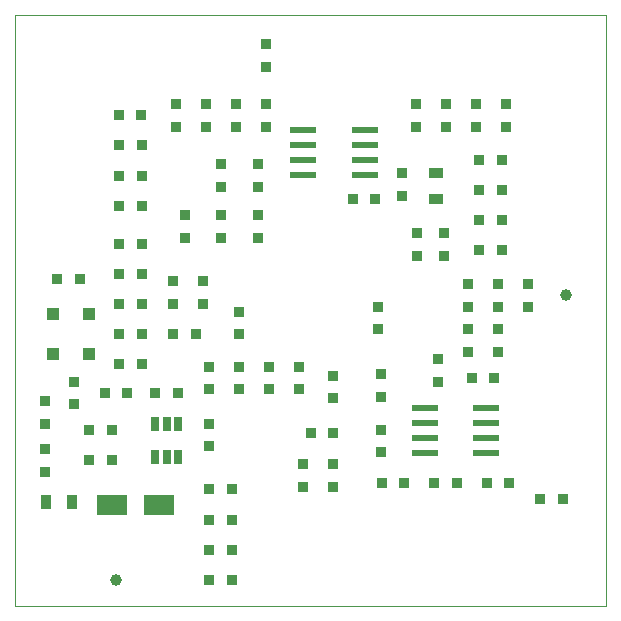
<source format=gbp>
%TF.GenerationSoftware,KiCad,Pcbnew,(5.1.0)-1*%
%TF.CreationDate,2019-04-02T22:12:56+01:00*%
%TF.ProjectId,uDSP-1.1,75445350-2d31-42e3-912e-6b696361645f,1.1*%
%TF.SameCoordinates,PX660b0c0PY81b3200*%
%TF.FileFunction,Paste,Bot*%
%TF.FilePolarity,Positive*%
%FSLAX46Y46*%
G04 Gerber Fmt 4.6, Leading zero omitted, Abs format (unit mm)*
G04 Created by KiCad (PCBNEW (5.1.0)-1) date 2019-04-02 22:12:56*
%MOMM*%
%LPD*%
G04 APERTURE LIST*
%ADD10C,0.100000*%
%ADD11R,0.900000X0.900000*%
%ADD12R,0.650000X1.200000*%
%ADD13R,2.200000X0.600000*%
%ADD14R,1.300000X0.900000*%
%ADD15R,0.900000X1.300000*%
%ADD16R,1.000000X1.000000*%
%ADD17R,2.500000X1.700000*%
%ADD18C,1.000000*%
G04 APERTURE END LIST*
D10*
X0Y50000000D02*
X0Y0D01*
X50000000Y50000000D02*
X0Y50000000D01*
X50000000Y0D02*
X50000000Y50000000D01*
X0Y0D02*
X50000000Y0D01*
D11*
X5000000Y18950000D03*
X5000000Y17050000D03*
X18330000Y9887000D03*
X16430000Y9887000D03*
X7550000Y18000000D03*
X9450000Y18000000D03*
X6270000Y14840000D03*
X8170000Y14840000D03*
X8810000Y25508000D03*
X10710000Y25508000D03*
X14332000Y33062000D03*
X14332000Y31162000D03*
X8810000Y22968000D03*
X10710000Y22968000D03*
X10646500Y41510000D03*
X8746500Y41510000D03*
X18904000Y24868000D03*
X18904000Y22968000D03*
X16364000Y15409000D03*
X16364000Y13509000D03*
X17380000Y37380000D03*
X17380000Y35480000D03*
X15856000Y25574000D03*
X15856000Y27474000D03*
X40555000Y19285000D03*
X38655000Y19285000D03*
X5450000Y27667000D03*
X3550000Y27667000D03*
X8810000Y20428000D03*
X10710000Y20428000D03*
X21190000Y45640000D03*
X21190000Y47540000D03*
D12*
X13758000Y15351000D03*
X11858000Y15351000D03*
X11858000Y12551000D03*
X12808000Y12551000D03*
X13758000Y12551000D03*
X12808000Y15351000D03*
D11*
X30475000Y34400000D03*
X28575000Y34400000D03*
D13*
X34659000Y16745000D03*
X34659000Y15475000D03*
X34659000Y14205000D03*
X34659000Y12935000D03*
X39859000Y12935000D03*
X39859000Y14205000D03*
X39859000Y15475000D03*
X39859000Y16745000D03*
D11*
X16364000Y18335000D03*
X16364000Y20235000D03*
X21444000Y20235000D03*
X21444000Y18335000D03*
X18904000Y18335000D03*
X18904000Y20235000D03*
X23984000Y20235000D03*
X23984000Y18335000D03*
X13382000Y22968000D03*
X15282000Y22968000D03*
X18330000Y7220000D03*
X16430000Y7220000D03*
X41510000Y42460000D03*
X41510000Y40560000D03*
X2521000Y17314000D03*
X2521000Y15414000D03*
X2521000Y11350000D03*
X2521000Y13250000D03*
X17380000Y33062000D03*
X17380000Y31162000D03*
X13316000Y25574000D03*
X13316000Y27474000D03*
X20555000Y33062000D03*
X20555000Y31162000D03*
X36430000Y40560000D03*
X36430000Y42460000D03*
X20555000Y35480000D03*
X20555000Y37380000D03*
X32700000Y34720000D03*
X32700000Y36620000D03*
X21190000Y42460000D03*
X21190000Y40560000D03*
X43415000Y25320000D03*
X43415000Y27220000D03*
X10710000Y36368500D03*
X8810000Y36368500D03*
X41190000Y30080000D03*
X39290000Y30080000D03*
X38970000Y40560000D03*
X38970000Y42460000D03*
X18650000Y42460000D03*
X18650000Y40560000D03*
X10710000Y38972000D03*
X8810000Y38972000D03*
X30715000Y25315000D03*
X30715000Y23415000D03*
X8810000Y33828500D03*
X10710000Y33828500D03*
X41190000Y32620000D03*
X39290000Y32620000D03*
X41190000Y35160000D03*
X39290000Y35160000D03*
X33890000Y42460000D03*
X33890000Y40560000D03*
X41190000Y37700000D03*
X39290000Y37700000D03*
X8810000Y30588000D03*
X10710000Y30588000D03*
X13570000Y40560000D03*
X13570000Y42460000D03*
X16110000Y40560000D03*
X16110000Y42460000D03*
X8810000Y28048000D03*
X10710000Y28048000D03*
X18330000Y2140000D03*
X16430000Y2140000D03*
X11858000Y18015000D03*
X13758000Y18015000D03*
X6270000Y12300000D03*
X8170000Y12300000D03*
X46350000Y9000000D03*
X44450000Y9000000D03*
X24365000Y10080000D03*
X24365000Y11980000D03*
X26905000Y19473000D03*
X26905000Y17573000D03*
X18330000Y4680000D03*
X16430000Y4680000D03*
X25005000Y14586000D03*
X26905000Y14586000D03*
X26905000Y11980000D03*
X26905000Y10080000D03*
X35795000Y20870000D03*
X35795000Y18970000D03*
X33970000Y31540000D03*
X33970000Y29640000D03*
X36256000Y29640000D03*
X36256000Y31540000D03*
X30969000Y13001000D03*
X30969000Y14901000D03*
X30969000Y17700000D03*
X30969000Y19600000D03*
X38335000Y21510000D03*
X38335000Y23410000D03*
X37380000Y10395000D03*
X35480000Y10395000D03*
X38335000Y27220000D03*
X38335000Y25320000D03*
X40875000Y23410000D03*
X40875000Y21510000D03*
X40875000Y27220000D03*
X40875000Y25320000D03*
X39925000Y10395000D03*
X41825000Y10395000D03*
X32935000Y10395000D03*
X31035000Y10395000D03*
D14*
X35621000Y36643000D03*
X35621000Y34443000D03*
D13*
X24365000Y36430000D03*
X24365000Y37700000D03*
X24365000Y38970000D03*
X24365000Y40240000D03*
X29565000Y40240000D03*
X29565000Y38970000D03*
X29565000Y37700000D03*
X29565000Y36430000D03*
D15*
X2564000Y8744000D03*
X4764000Y8744000D03*
D16*
X3156000Y21268000D03*
X3156000Y24668000D03*
X6204000Y24668000D03*
X6204000Y21268000D03*
D17*
X8141000Y8490000D03*
X12141000Y8490000D03*
D18*
X46590000Y26270000D03*
X8490000Y2140000D03*
M02*

</source>
